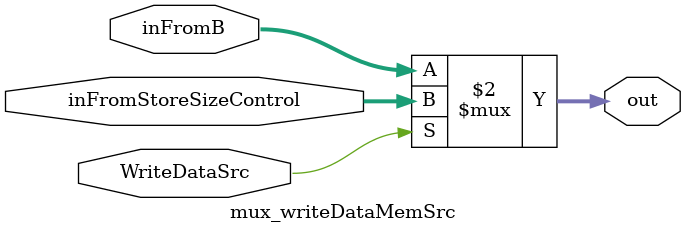
<source format=v>
module mux_writeDataMemSrc (
  input wire WriteDataSrc,
  input wire [31:0] inFromB,
  input wire [31:0] inFromStoreSizeControl,
  output wire [31:0] out
);

  assign out = (WriteDataSrc == 0) ? inFromB : inFromStoreSizeControl;

endmodule

</source>
